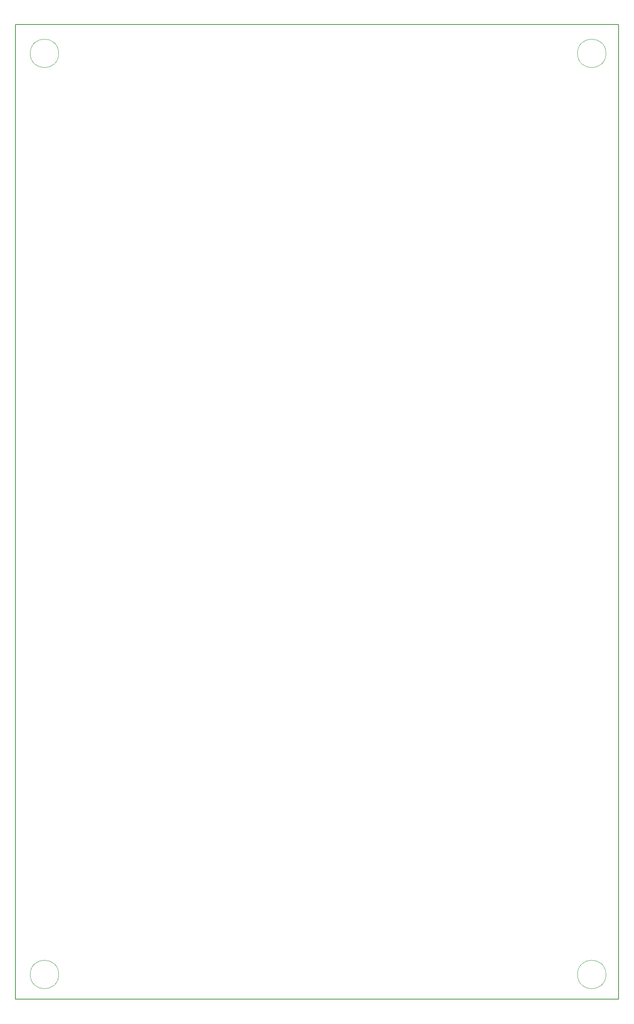
<source format=gbr>
%TF.GenerationSoftware,KiCad,Pcbnew,9.0.0*%
%TF.CreationDate,2025-12-26T21:38:47+03:00*%
%TF.ProjectId,463 term project,34363320-7465-4726-9d20-70726f6a6563,rev?*%
%TF.SameCoordinates,Original*%
%TF.FileFunction,Profile,NP*%
%FSLAX46Y46*%
G04 Gerber Fmt 4.6, Leading zero omitted, Abs format (unit mm)*
G04 Created by KiCad (PCBNEW 9.0.0) date 2025-12-26 21:38:47*
%MOMM*%
%LPD*%
G01*
G04 APERTURE LIST*
%TA.AperFunction,Profile*%
%ADD10C,0.050000*%
%TD*%
%TA.AperFunction,Profile*%
%ADD11C,0.200000*%
%TD*%
G04 APERTURE END LIST*
D10*
X65815000Y-46815000D02*
G75*
G02*
X59415000Y-46815000I-3200000J0D01*
G01*
X59415000Y-46815000D02*
G75*
G02*
X65815000Y-46815000I3200000J0D01*
G01*
D11*
X56115000Y-40365000D02*
X191615000Y-40365000D01*
X191615000Y-259365000D01*
X56115000Y-259365000D01*
X56115000Y-40365000D01*
D10*
X65815000Y-253815000D02*
G75*
G02*
X59415000Y-253815000I-3200000J0D01*
G01*
X59415000Y-253815000D02*
G75*
G02*
X65815000Y-253815000I3200000J0D01*
G01*
X188815000Y-253815000D02*
G75*
G02*
X182415000Y-253815000I-3200000J0D01*
G01*
X182415000Y-253815000D02*
G75*
G02*
X188815000Y-253815000I3200000J0D01*
G01*
X188815000Y-46815000D02*
G75*
G02*
X182415000Y-46815000I-3200000J0D01*
G01*
X182415000Y-46815000D02*
G75*
G02*
X188815000Y-46815000I3200000J0D01*
G01*
M02*

</source>
